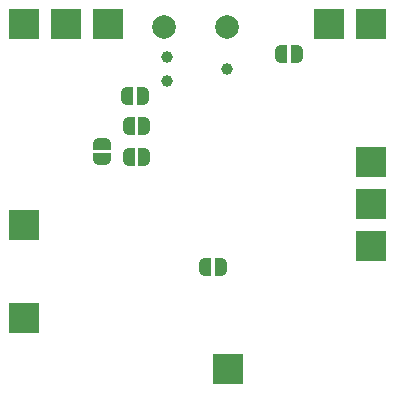
<source format=gbr>
%TF.GenerationSoftware,KiCad,Pcbnew,7.0.1*%
%TF.CreationDate,2024-08-13T13:22:24+02:00*%
%TF.ProjectId,wpt_receiver,7770745f-7265-4636-9569-7665722e6b69,rev?*%
%TF.SameCoordinates,Original*%
%TF.FileFunction,Soldermask,Bot*%
%TF.FilePolarity,Negative*%
%FSLAX46Y46*%
G04 Gerber Fmt 4.6, Leading zero omitted, Abs format (unit mm)*
G04 Created by KiCad (PCBNEW 7.0.1) date 2024-08-13 13:22:24*
%MOMM*%
%LPD*%
G01*
G04 APERTURE LIST*
G04 Aperture macros list*
%AMFreePoly0*
4,1,19,0.500000,-0.750000,0.000000,-0.750000,0.000000,-0.744911,-0.071157,-0.744911,-0.207708,-0.704816,-0.327430,-0.627875,-0.420627,-0.520320,-0.479746,-0.390866,-0.500000,-0.250000,-0.500000,0.250000,-0.479746,0.390866,-0.420627,0.520320,-0.327430,0.627875,-0.207708,0.704816,-0.071157,0.744911,0.000000,0.744911,0.000000,0.750000,0.500000,0.750000,0.500000,-0.750000,0.500000,-0.750000,
$1*%
%AMFreePoly1*
4,1,19,0.000000,0.744911,0.071157,0.744911,0.207708,0.704816,0.327430,0.627875,0.420627,0.520320,0.479746,0.390866,0.500000,0.250000,0.500000,-0.250000,0.479746,-0.390866,0.420627,-0.520320,0.327430,-0.627875,0.207708,-0.704816,0.071157,-0.744911,0.000000,-0.744911,0.000000,-0.750000,-0.500000,-0.750000,-0.500000,0.750000,0.000000,0.750000,0.000000,0.744911,0.000000,0.744911,
$1*%
G04 Aperture macros list end*
%ADD10R,2.500000X2.500000*%
%ADD11C,0.990600*%
%ADD12FreePoly0,0.000000*%
%ADD13FreePoly1,0.000000*%
%ADD14FreePoly0,270.000000*%
%ADD15FreePoly1,270.000000*%
%ADD16C,2.000000*%
%ADD17FreePoly0,180.000000*%
%ADD18FreePoly1,180.000000*%
G04 APERTURE END LIST*
D10*
%TO.C,TP1*%
X126492000Y-123190000D03*
%TD*%
%TO.C,TP5*%
X155829000Y-117856000D03*
%TD*%
%TO.C,TP4*%
X155829000Y-121412000D03*
%TD*%
%TO.C,TP10*%
X155829000Y-106172000D03*
%TD*%
D11*
%TO.C,J1*%
X143637000Y-109982000D03*
X138557000Y-110998000D03*
X138557000Y-108966000D03*
%TD*%
D10*
%TO.C,TP11*%
X133604000Y-106172000D03*
%TD*%
%TO.C,TP6*%
X152273000Y-106172000D03*
%TD*%
%TO.C,TP8*%
X155829000Y-124968000D03*
%TD*%
%TO.C,TP2*%
X126492000Y-131064000D03*
%TD*%
%TO.C,TP7*%
X130048000Y-106172000D03*
%TD*%
%TO.C,TP9*%
X126492000Y-106172000D03*
%TD*%
D12*
%TO.C,JP5*%
X141844000Y-126746000D03*
D13*
X143144000Y-126746000D03*
%TD*%
D12*
%TO.C,JP2*%
X135367000Y-114808000D03*
D13*
X136667000Y-114808000D03*
%TD*%
D12*
%TO.C,JP6*%
X148271472Y-108712000D03*
D13*
X149571472Y-108712000D03*
%TD*%
D14*
%TO.C,JP4*%
X133096000Y-116302000D03*
D15*
X133096000Y-117602000D03*
%TD*%
D16*
%TO.C,C2*%
X138366000Y-106426000D03*
X143666000Y-106426000D03*
%TD*%
D10*
%TO.C,TP3*%
X143764000Y-135382000D03*
%TD*%
D12*
%TO.C,JP1*%
X135367000Y-117419000D03*
D13*
X136667000Y-117419000D03*
%TD*%
D17*
%TO.C,JP3*%
X136525000Y-112268000D03*
D18*
X135225000Y-112268000D03*
%TD*%
M02*

</source>
